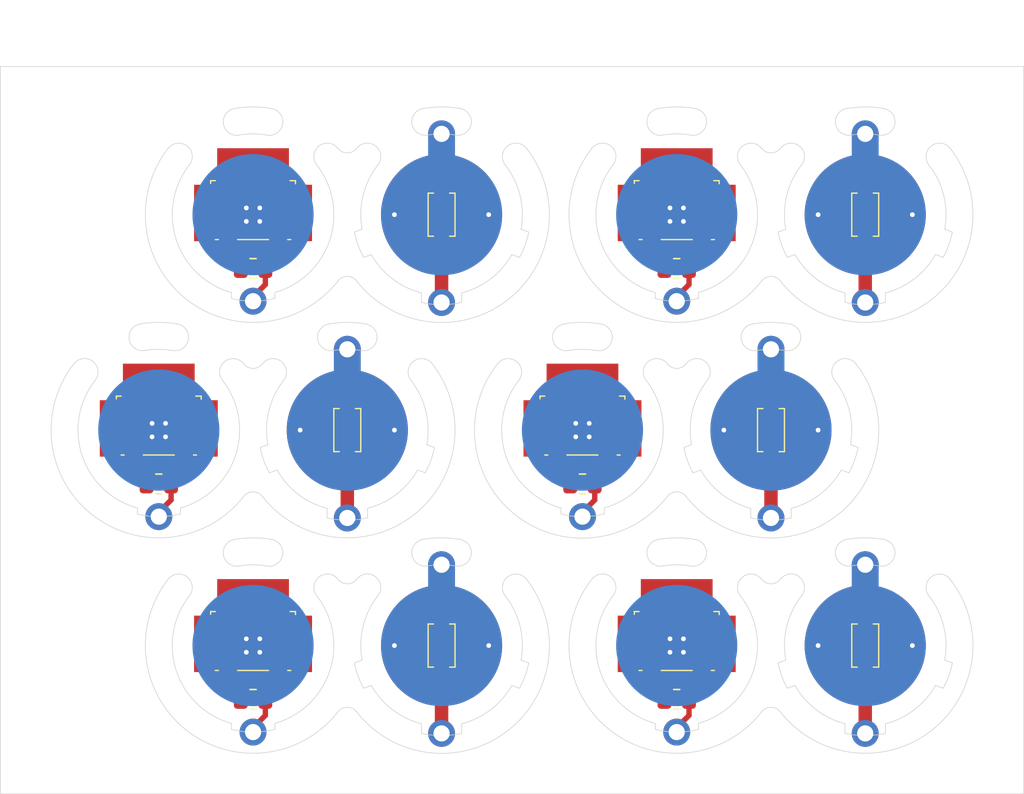
<source format=kicad_pcb>
(kicad_pcb (version 20241229) (generator "pcbnew") (generator_version "9.0")
  (layers (0 "F.Cu" signal) (2 "B.Cu" signal) (13 "F.Paste" user) (15 "B.Paste" user) (5 "F.SilkS" user "F.Silkscreen") (7 "B.SilkS" user "B.Silkscreen") (1 "F.Mask" user) (3 "B.Mask" user) (25 "Edge.Cuts" user))
  (net 0 "")
  (net 1 "Net-(SW1-B)")
  (net 2 "/LED+")
  (net 3 "/BAT-")
  (net 4 "/BAT+")
  (footprint "led_jewellery:mousebites_round_12mm" (layer "F.Cu") (at 128.997796 81.898462 -59)
    (property "Reference" "REF**" (hide yes))
    (property "Value" "Untitled" (hide yes))
    (fp_arc (start -7.468645 2.866938) (mid -6.893429 1.574992) (end -5.601483 2.150208) (stroke (width 0.05)) (layer "Edge.Cuts"))
    (fp_arc (start -5.601483 -2.150208) (mid -6.893429 -1.574992) (end -7.468645 -2.866938) (stroke (width 0.05)) (layer "Edge.Cuts"))
  )
  (footprint "led_jewellery:mousebites_round_12mm" (layer "F.Cu") (at 97.534232 81.898491 -121)
    (property "Reference" "REF**" (hide yes))
    (property "Value" "Untitled" (hide yes))
    (fp_arc (start -7.468645 2.866938) (mid -6.893429 1.574992) (end -5.601483 2.150208) (stroke (width 0.05)) (layer "Edge.Cuts"))
    (fp_arc (start -5.601483 -2.150208) (mid -6.893429 -1.574992) (end -7.468645 -2.866939) (stroke (width 0.05)) (layer "Edge.Cuts"))
  )
  (footprint "diptronics_ta3:diptronics_ta3" (layer "F.Cu") (at 128.997796 113.773462 180)
    (property "Reference" "SW6" (hide yes))
    (property "Value" "SW_SPST")
  )
  (footprint "led_jewellery:mousebites_round_12mm" (layer "F.Cu") (at 142.997796 81.898462 -121)
    (property "Reference" "REF**" (hide yes))
    (property "Value" "Untitled" (hide yes))
    (fp_arc (start -7.468645 2.866938) (mid -6.893429 1.574992) (end -5.601483 2.150208) (stroke (width 0.05)) (layer "Edge.Cuts"))
    (fp_arc (start -5.601483 -2.150208) (mid -6.893429 -1.574992) (end -7.468645 -2.866939) (stroke (width 0.05)) (layer "Edge.Cuts"))
  )
  (footprint "led_jewellery:LED" (layer "F.Cu") (at 104.533871 97.898773 -90)
    (property "Reference" "D1" (hide yes))
    (property "Value" "LED")
  )
  (footprint "led_jewellery:mousebites_round_12mm" (layer "F.Cu") (at 135.997416 97.898765 -59)
    (property "Reference" "REF**" (hide yes))
    (property "Value" "Untitled" (hide yes))
    (fp_arc (start -7.468645 2.866938) (mid -6.893429 1.574992) (end -5.601483 2.150208) (stroke (width 0.05)) (layer "Edge.Cuts"))
    (fp_arc (start -5.601483 -2.150208) (mid -6.893429 -1.574992) (end -7.468645 -2.866938) (stroke (width 0.05)) (layer "Edge.Cuts"))
  )
  (footprint "led_jewellery:mousebites_round_12mm" (layer "F.Cu") (at 104.53419 97.898832 -121)
    (property "Reference" "REF**" (hide yes))
    (property "Value" "Untitled" (hide yes))
    (fp_arc (start -7.468645 2.866938) (mid -6.893429 1.574992) (end -5.601483 2.150208) (stroke (width 0.05)) (layer "Edge.Cuts"))
    (fp_arc (start -5.601483 -2.150208) (mid -6.893429 -1.574992) (end -7.468645 -2.866939) (stroke (width 0.05)) (layer "Edge.Cuts"))
  )
  (footprint "led_jewellery:mousebites_round_12mm" (layer "F.Cu") (at 142.997458 113.898424 -59)
    (property "Reference" "REF**" (hide yes))
    (property "Value" "Untitled" (hide yes))
    (fp_arc (start -7.468645 2.866938) (mid -6.893429 1.574992) (end -5.601483 2.150208) (stroke (width 0.05)) (layer "Edge.Cuts") (net 48))
    (fp_arc (start -5.601483 -2.150208) (mid -6.893429 -1.574992) (end -7.468645 -2.866938) (stroke (width 0.05)) (layer "Edge.Cuts") (net 48))
  )
  (footprint "led_jewellery:LED" (layer "F.Cu") (at 142.997477 113.898403 -90)
    (property "Reference" "D1" (hide yes))
    (property "Value" "LED")
  )
  (footprint "led_jewellery:mousebites_round_12mm" (layer "F.Cu") (at 111.534232 81.898491 -121)
    (property "Reference" "REF**" (hide yes))
    (property "Value" "Untitled" (hide yes))
    (fp_arc (start -7.468645 2.866938) (mid -6.893429 1.574992) (end -5.601483 2.150208) (stroke (width 0.05)) (layer "Edge.Cuts"))
    (fp_arc (start -5.601483 -2.150208) (mid -6.893429 -1.574992) (end -7.468645 -2.866939) (stroke (width 0.05)) (layer "Edge.Cuts"))
  )
  (footprint "diptronics_ta3:diptronics_ta3" (layer "F.Cu") (at 97.534232 113.773491 180)
    (property "Reference" "SW3" (hide yes))
    (property "Value" "SW_SPST")
  )
  (footprint "Resistor_SMD:R_0805_2012Metric" (layer "F.Cu") (at 97.534232 117.898491)
    (property "Reference" "R3" (hide yes))
    (property "Value" "R")
  )
  (footprint "Resistor_SMD:R_0805_2012Metric" (layer "F.Cu") (at 128.997796 85.898462)
    (property "Reference" "R4" (hide yes))
    (property "Value" "R")
  )
  (footprint "led_jewellery:mousebites_round_12mm" (layer "F.Cu") (at 121.997754 97.898803 -121)
    (property "Reference" "REF**" (hide yes))
    (property "Value" "Untitled" (hide yes))
    (fp_arc (start -7.468645 2.866938) (mid -6.893429 1.574992) (end -5.601483 2.150208) (stroke (width 0.05)) (layer "Edge.Cuts") (net 1001517120))
    (fp_arc (start -5.601483 -2.150208) (mid -6.893429 -1.574992) (end -7.468645 -2.866939) (stroke (width 0.05)) (layer "Edge.Cuts") (net 1001517120))
  )
  (footprint "led_jewellery:mousebites_round_12mm" (layer "F.Cu") (at 97.534232 81.898491 -59)
    (property "Reference" "REF**" (hide yes))
    (property "Value" "Untitled" (hide yes))
    (fp_arc (start -7.468645 2.866938) (mid -6.893429 1.574992) (end -5.601483 2.150208) (stroke (width 0.05)) (layer "Edge.Cuts"))
    (fp_arc (start -5.601483 -2.150208) (mid -6.893429 -1.574992) (end -7.468645 -2.866938) (stroke (width 0.05)) (layer "Edge.Cuts"))
  )
  (footprint "led_jewellery:LED" (layer "F.Cu") (at 111.533913 81.898432 -90)
    (property "Reference" "D1" (hide yes))
    (property "Value" "LED")
  )
  (footprint "led_jewellery:mousebites_round_12mm" (layer "F.Cu") (at 128.997796 113.898462 -121)
    (property "Reference" "REF**" (hide yes))
    (property "Value" "Untitled" (hide yes))
    (fp_arc (start -7.468645 2.866938) (mid -6.893429 1.574992) (end -5.601483 2.150208) (stroke (width 0.05)) (layer "Edge.Cuts") (net 48))
    (fp_arc (start -5.601483 -2.150208) (mid -6.893429 -1.574992) (end -7.468645 -2.866939) (stroke (width 0.05)) (layer "Edge.Cuts") (net 48))
  )
  (footprint "led_jewellery:mousebites_round_12mm" (layer "F.Cu") (at 97.534232 113.898491 -121)
    (property "Reference" "REF**" (hide yes))
    (property "Value" "Untitled" (hide yes))
    (fp_arc (start -7.468645 2.866938) (mid -6.893429 1.574992) (end -5.601483 2.150208) (stroke (width 0.05)) (layer "Edge.Cuts"))
    (fp_arc (start -5.601483 -2.150208) (mid -6.893429 -1.574992) (end -7.468645 -2.866939) (stroke (width 0.05)) (layer "Edge.Cuts"))
  )
  (footprint "led_jewellery:mousebites_round_12mm" (layer "F.Cu") (at 128.997796 113.898462 -59)
    (property "Reference" "REF**" (hide yes))
    (property "Value" "Untitled" (hide yes))
    (fp_arc (start -7.468645 2.866938) (mid -6.893429 1.574992) (end -5.601483 2.150208) (stroke (width 0.05)) (layer "Edge.Cuts") (net 48))
    (fp_arc (start -5.601483 -2.150208) (mid -6.893429 -1.574992) (end -7.468645 -2.866938) (stroke (width 0.05)) (layer "Edge.Cuts") (net 48))
  )
  (footprint "led_jewellery:mousebites_round_12mm" (layer "F.Cu") (at 135.997754 97.898803 -121)
    (property "Reference" "REF**" (hide yes))
    (property "Value" "Untitled" (hide yes))
    (fp_arc (start -7.468645 2.866938) (mid -6.893429 1.574992) (end -5.601483 2.150208) (stroke (width 0.05)) (layer "Edge.Cuts"))
    (fp_arc (start -5.601483 -2.150208) (mid -6.893429 -1.574992) (end -7.468645 -2.866939) (stroke (width 0.05)) (layer "Edge.Cuts"))
  )
  (footprint "Resistor_SMD:R_0805_2012Metric" (layer "F.Cu") (at 128.997796 117.898462)
    (property "Reference" "R6" (hide yes))
    (property "Value" "R")
  )
  (footprint "Resistor_SMD:R_0805_2012Metric" (layer "F.Cu") (at 121.997754 101.898803)
    (property "Reference" "R5" (hide yes))
    (property "Value" "R")
  )
  (footprint "led_jewellery:LED" (layer "F.Cu") (at 111.533913 113.898432 -90)
    (property "Reference" "D1" (hide yes))
    (property "Value" "LED")
  )
  (footprint "led_jewellery:mousebites_round_12mm" (layer "F.Cu") (at 97.534232 113.898491 -59)
    (property "Reference" "REF**" (hide yes))
    (property "Value" "Untitled" (hide yes))
    (fp_arc (start -7.468645 2.866938) (mid -6.893429 1.574992) (end -5.601483 2.150208) (stroke (width 0.05)) (layer "Edge.Cuts"))
    (fp_arc (start -5.601483 -2.150208) (mid -6.893429 -1.574992) (end -7.468645 -2.866938) (stroke (width 0.05)) (layer "Edge.Cuts"))
  )
  (footprint "led_jewellery:mousebites_round_12mm" (layer "F.Cu") (at 104.533852 97.898794 -59)
    (property "Reference" "REF**" (hide yes))
    (property "Value" "Untitled" (hide yes))
    (fp_arc (start -7.468645 2.866938) (mid -6.893429 1.574992) (end -5.601483 2.150208) (stroke (width 0.05)) (layer "Edge.Cuts"))
    (fp_arc (start -5.601483 -2.150208) (mid -6.893429 -1.574992) (end -7.468645 -2.866938) (stroke (width 0.05)) (layer "Edge.Cuts"))
  )
  (footprint "led_jewellery:mousebites_round_12mm" (layer "F.Cu") (at 121.997754 97.898803 -59)
    (property "Reference" "REF**" (hide yes))
    (property "Value" "Untitled" (hide yes))
    (fp_arc (start -7.468645 2.866938) (mid -6.893429 1.574992) (end -5.601483 2.150208) (stroke (width 0.05)) (layer "Edge.Cuts") (net 1001517120))
    (fp_arc (start -5.601483 -2.150208) (mid -6.893429 -1.574992) (end -7.468645 -2.866938) (stroke (width 0.05)) (layer "Edge.Cuts") (net 1001517120))
  )
  (footprint "led_jewellery:mousebites_round_12mm" (layer "F.Cu") (at 111.533894 113.898453 -59)
    (property "Reference" "REF**" (hide yes))
    (property "Value" "Untitled" (hide yes))
    (fp_arc (start -7.468645 2.866938) (mid -6.893429 1.574992) (end -5.601483 2.150208) (stroke (width 0.05)) (layer "Edge.Cuts"))
    (fp_arc (start -5.601483 -2.150208) (mid -6.893429 -1.574992) (end -7.468645 -2.866938) (stroke (width 0.05)) (layer "Edge.Cuts"))
  )
  (footprint "diptronics_ta3:diptronics_ta3" (layer "F.Cu") (at 90.53419 97.773832 180)
    (property "Reference" "SW2" (hide yes))
    (property "Value" "SW_SPST")
  )
  (footprint "led_jewellery:mousebites_round_12mm" (layer "F.Cu") (at 128.997796 81.898462 -121)
    (property "Reference" "REF**" (hide yes))
    (property "Value" "Untitled" (hide yes))
    (fp_arc (start -7.468645 2.866938) (mid -6.893429 1.574992) (end -5.601483 2.150208) (stroke (width 0.05)) (layer "Edge.Cuts"))
    (fp_arc (start -5.601483 -2.150208) (mid -6.893429 -1.574992) (end -7.468645 -2.866939) (stroke (width 0.05)) (layer "Edge.Cuts"))
  )
  (footprint "led_jewellery:mousebites_round_12mm" (layer "F.Cu") (at 90.53419 97.898832 -59)
    (property "Reference" "REF**" (hide yes))
    (property "Value" "Untitled" (hide yes))
    (fp_arc (start -7.468645 2.866938) (mid -6.893429 1.574992) (end -5.601483 2.150208) (stroke (width 0.05)) (layer "Edge.Cuts"))
    (fp_arc (start -5.601483 -2.150208) (mid -6.893429 -1.574992) (end -7.468645 -2.866938) (stroke (width 0.05)) (layer "Edge.Cuts"))
  )
  (footprint "led_jewellery:LED" (layer "F.Cu") (at 135.997435 97.898744 -90)
    (property "Reference" "D1" (hide yes))
    (property "Value" "LED")
  )
  (footprint "led_jewellery:mousebites_round_12mm" (layer "F.Cu") (at 111.533894 81.898453 -59)
    (property "Reference" "REF**" (hide yes))
    (property "Value" "Untitled" (hide yes))
    (fp_arc (start -7.468645 2.866938) (mid -6.893429 1.574992) (end -5.601483 2.150208) (stroke (width 0.05)) (layer "Edge.Cuts"))
    (fp_arc (start -5.601483 -2.150208) (mid -6.893429 -1.574992) (end -7.468645 -2.866938) (stroke (width 0.05)) (layer "Edge.Cuts"))
  )
  (footprint "led_jewellery:mousebites_round_12mm" (layer "F.Cu") (at 111.534232 113.898491 -121)
    (property "Reference" "REF**" (hide yes))
    (property "Value" "Untitled" (hide yes))
    (fp_arc (start -7.468645 2.866938) (mid -6.893429 1.574992) (end -5.601483 2.150208) (stroke (width 0.05)) (layer "Edge.Cuts"))
    (fp_arc (start -5.601483 -2.150208) (mid -6.893429 -1.574992) (end -7.468645 -2.866939) (stroke (width 0.05)) (layer "Edge.Cuts"))
  )
  (footprint "diptronics_ta3:diptronics_ta3" (layer "F.Cu") (at 128.997796 81.773462 180)
    (property "Reference" "SW4" (hide yes))
    (property "Value" "SW_SPST")
  )
  (footprint "Resistor_SMD:R_0805_2012Metric" (layer "F.Cu") (at 90.53419 101.898832)
    (property "Reference" "R2" (hide yes))
    (property "Value" "R")
  )
  (footprint "led_jewellery:LED" (layer "F.Cu") (at 142.997477 81.898403 -90)
    (property "Reference" "D1" (hide yes))
    (property "Value" "LED")
  )
  (footprint "Resistor_SMD:R_0805_2012Metric" (layer "F.Cu") (at 97.534232 85.898491)
    (property "Reference" "R1" (hide yes))
    (property "Value" "R")
  )
  (footprint "led_jewellery:mousebites_round_12mm" (layer "F.Cu") (at 142.997458 81.898424 -59)
    (property "Reference" "REF**" (hide yes))
    (property "Value" "Untitled" (hide yes))
    (fp_arc (start -7.468645 2.866938) (mid -6.893429 1.574992) (end -5.601483 2.150208) (stroke (width 0.05)) (layer "Edge.Cuts"))
    (fp_arc (start -5.601483 -2.150208) (mid -6.893429 -1.574992) (end -7.468645 -2.866938) (stroke (width 0.05)) (layer "Edge.Cuts"))
  )
  (footprint "led_jewellery:mousebites_round_12mm" (layer "F.Cu") (at 142.997796 113.898462 -121)
    (property "Reference" "REF**" (hide yes))
    (property "Value" "Untitled" (hide yes))
    (fp_arc (start -7.468645 2.866938) (mid -6.893429 1.574992) (end -5.601483 2.150208) (stroke (width 0.05)) (layer "Edge.Cuts") (net 48))
    (fp_arc (start -5.601483 -2.150208) (mid -6.893429 -1.574992) (end -7.468645 -2.866939) (stroke (width 0.05)) (layer "Edge.Cuts") (net 48))
  )
  (footprint "diptronics_ta3:diptronics_ta3" (layer "F.Cu") (at 97.534232 81.773491 180)
    (property "Reference" "SW1" (hide yes))
    (property "Value" "SW_SPST")
  )
  (footprint "diptronics_ta3:diptronics_ta3" (layer "F.Cu") (at 121.997754 97.773803 180)
    (property "Reference" "SW5" (hide yes))
    (property "Value" "SW_SPST")
  )
  (footprint "led_jewellery:mousebites_round_12mm" (layer "F.Cu") (at 90.53419 97.898832 -121)
    (property "Reference" "REF**" (hide yes))
    (property "Value" "Untitled" (hide yes))
    (fp_arc (start -7.468645 2.866938) (mid -6.893429 1.574992) (end -5.601483 2.150208) (stroke (width 0.05)) (layer "Edge.Cuts"))
    (fp_arc (start -5.601483 -2.150208) (mid -6.893429 -1.574992) (end -7.468645 -2.866939) (stroke (width 0.05)) (layer "Edge.Cuts"))
  )
  (footprint "led_jewellery:9mm_pad" (layer "B.Cu") (at 128.997796 113.898462)
    (property "Reference" "J2" (hide yes))
    (property "Value" "Conn_01x01")
  )
  (footprint "led_jewellery:9mm_pad" (layer "B.Cu") (at 121.997754 97.898803)
    (property "Reference" "J2" (hide yes))
    (property "Value" "Conn_01x01")
  )
  (footprint "led_jewellery:9mm_pad" (layer "B.Cu") (at 111.533913 81.898432 -90)
    (property "Reference" "J1" (hide yes))
    (property "Value" "Conn_01x01")
  )
  (footprint "led_jewellery:9mm_pad" (layer "B.Cu") (at 142.997477 113.898403 -90)
    (property "Reference" "J1" (hide yes))
    (property "Value" "Conn_01x01")
  )
  (footprint "led_jewellery:9mm_pad" (layer "B.Cu") (at 90.53419 97.898832)
    (property "Reference" "J2" (hide yes))
    (property "Value" "Conn_01x01")
  )
  (footprint "led_jewellery:9mm_pad" (layer "B.Cu") (at 135.997435 97.898744 -90)
    (property "Reference" "J1" (hide yes))
    (property "Value" "Conn_01x01")
  )
  (footprint "led_jewellery:9mm_pad" (layer "B.Cu") (at 97.534232 81.898491)
    (property "Reference" "J2" (hide yes))
    (property "Value" "Conn_01x01")
  )
  (footprint "led_jewellery:9mm_pad" (layer "B.Cu") (at 97.534232 113.898491)
    (property "Reference" "J2" (hide yes))
    (property "Value" "Conn_01x01")
  )
  (footprint "led_jewellery:9mm_pad" (layer "B.Cu") (at 111.533913 113.898432 -90)
    (property "Reference" "J1" (hide yes))
    (property "Value" "Conn_01x01")
  )
  (footprint "led_jewellery:9mm_pad" (layer "B.Cu") (at 128.997796 81.898462)
    (property "Reference" "J2" (hide yes))
    (property "Value" "Conn_01x01")
  )
  (footprint "led_jewellery:9mm_pad" (layer "B.Cu") (at 104.533871 97.898773 -90)
    (property "Reference" "J1" (hide yes))
    (property "Value" "Conn_01x01")
  )
  (footprint "led_jewellery:9mm_pad" (layer "B.Cu") (at 142.997477 81.898403 -90)
    (property "Reference" "J1" (hide yes))
    (property "Value" "Conn_01x01")
  )
  (gr_arc (start 134.608607 90.020211) (mid 135.997781 89.898742) (end 137.386943 90.020343) (stroke (width 0.05)) (layer "Edge.Cuts"))
  (gr_line (start 141.898652 98.982433) (end 142.469822 99.190323) (stroke (width 0.05)) (layer "Edge.Cuts"))
  (gr_arc (start 137.497435 104.415445) (mid 135.997457 104.585859) (end 134.497435 104.41546) (stroke (width 0.05)) (layer "Edge.Cuts"))
  (gr_arc (start 117.838312 76.973078) (mid 116.458018 88.203792) (end 105.227567 86.821359) (stroke (width 0.05)) (layer "Edge.Cuts"))
  (gr_arc (start 109.751145 100.86188) (mid 108.181597 102.662603) (end 106.033871 103.708237) (stroke (width 0.05)) (layer "Edge.Cuts"))
  (gr_arc (start 136.693376 108.973129) (mid 135.997189 109.315063) (end 135.300435 108.974288) (stroke (width 0.05)) (layer "Edge.Cuts"))
  (gr_line (start 123.617315 103.676058) (end 123.617315 104.118395) (stroke (width 0.05)) (layer "Edge.Cuts"))
  (gr_arc (start 96.145038 106.020031) (mid 97.534208 105.898492) (end 98.923379 106.020023) (stroke (width 0.05)) (layer "Edge.Cuts"))
  (gr_arc (start 134.960445 91.989023) (mid 135.997594 91.898737) (end 137.034738 91.98909) (stroke (width 0.05)) (layer "Edge.Cuts"))
  (gr_arc (start 105.632592 114.982163) (mid 105.705916 112.472051) (end 106.80012 110.211793) (stroke (width 0.05)) (layer "Edge.Cuts"))
  (gr_line (start 105.061533 83.19001) (end 105.632591 82.982162) (stroke (width 0.05)) (layer "Edge.Cuts"))
  (gr_arc (start 128.997796 88.325462) (mid 128.193691 88.274964) (end 127.402223 88.12424) (stroke (width 0.05)) (layer "Edge.Cuts"))
  (gr_arc (start 142.469822 99.190323) (mid 142.199402 100.156073) (end 141.785784 101.069703) (stroke (width 0.05)) (layer "Edge.Cuts"))
  (gr_line (start 105.227567 86.821358) (end 105.227567 86.821359) (stroke (width 0.05)) (layer "Edge.Cuts"))
  (gr_arc (start 88.938619 103.682777) (mid 84.837006 99.780844) (end 85.806125 94.204875) (stroke (width 0.05)) (layer "Edge.Cuts"))
  (gr_line (start 148.214751 84.861511) (end 148.78582 85.06936) (stroke (width 0.05)) (layer "Edge.Cuts"))
  (gr_line (start 113.033913 120.415133) (end 113.033913 119.707894) (stroke (width 0.05)) (layer "Edge.Cuts"))
  (gr_arc (start 95.258549 94.200126) (mid 96.235941 99.766988) (end 92.153751 103.676112) (stroke (width 0.05)) (layer "Edge.Cuts"))
  (gr_line (start 136.525099 83.18998) (end 137.096155 82.982134) (stroke (width 0.05)) (layer "Edge.Cuts"))
  (gr_line (start 117.435145 114.982127) (end 118.006299 115.19001) (stroke (width 0.05)) (layer "Edge.Cuts"))
  (gr_arc (start 103.840039 118.821579) (mid 92.610045 120.203432) (end 91.23015 108.973198) (stroke (width 0.05)) (layer "Edge.Cuts"))
  (gr_arc (start 89.492299 91.989983) (mid 90.531725 91.89883) (end 91.571226 91.989129) (stroke (width 0.05)) (layer "Edge.Cuts"))
  (gr_arc (start 135.303603 118.82155) (mid 124.073609 120.203403) (end 122.693714 108.973169) (stroke (width 0.05)) (layer "Edge.Cuts"))
  (gr_arc (start 135.303273 118.821293) (mid 135.997211 118.482698) (end 136.691131 118.821329) (stroke (width 0.05)) (layer "Edge.Cuts"))
  (gr_line (start 110.435135 98.982479) (end 111.006258 99.190351) (stroke (width 0.05)) (layer "Edge.Cuts"))
  (gr_line (start 135.303273 118.821293) (end 135.303603 118.82155) (stroke (width 0.05)) (layer "Edge.Cuts"))
  (gr_arc (start 110.83827 92.973419) (mid 109.457976 104.204133) (end 98.227525 102.8217) (stroke (width 0.05)) (layer "Edge.Cuts"))
  (gr_arc (start 103.840039 86.821579) (mid 92.610045 88.203432) (end 91.23015 76.973198) (stroke (width 0.05)) (layer "Edge.Cuts"))
  (gr_arc (start 130.617357 120.118055) (mid 129.814189 120.273395) (end 128.997796 120.325462) (stroke (width 0.05)) (layer "Edge.Cuts"))
  (gr_arc (start 103.839709 86.821322) (mid 104.533647 86.482727) (end 105.227567 86.821358) (stroke (width 0.05)) (layer "Edge.Cuts"))
  (gr_arc (start 141.608649 106.01987) (mid 142.997823 105.898401) (end 144.386985 106.020002) (stroke (width 0.05)) (layer "Edge.Cuts"))
  (gr_line (start 103.033871 104.415459) (end 103.033871 103.708246) (stroke (width 0.05)) (layer "Edge.Cuts"))
  (gr_arc (start 105.229812 76.973158) (mid 104.533625 77.315092) (end 103.836871 76.974317) (stroke (width 0.05)) (layer "Edge.Cuts"))
  (gr_arc (start 127.955905 107.989613) (mid 128.995331 107.89846) (end 130.034832 107.988759) (stroke (width 0.05)) (layer "Edge.Cuts"))
  (gr_arc (start 127.955905 75.989613) (mid 128.995331 75.89846) (end 130.034832 75.988759) (stroke (width 0.05)) (layer "Edge.Cuts"))
  (gr_arc (start 130.617357 88.118055) (mid 129.814189 88.273395) (end 128.997796 88.325462) (stroke (width 0.05)) (layer "Edge.Cuts"))
  (gr_arc (start 116.751187 116.86154) (mid 115.181638 118.66226) (end 113.033913 119.707894) (stroke (width 0.05)) (layer "Edge.Cuts"))
  (gr_arc (start 127.608602 74.020002) (mid 128.997772 73.898463) (end 130.386943 74.019994) (stroke (width 0.05)) (layer "Edge.Cuts"))
  (gr_line (start 99.153793 87.675769) (end 99.153793 88.118084) (stroke (width 0.05)) (layer "Edge.Cuts"))
  (gr_arc (start 102.258591 78.199785) (mid 103.235983 83.766647) (end 99.153793 87.675769) (stroke (width 0.05)) (layer "Edge.Cuts"))
  (gr_arc (start 128.303561 102.821891) (mid 117.073568 104.203744) (end 115.693672 92.97351) (stroke (width 0.05)) (layer "Edge.Cuts"))
  (gr_arc (start 123.617315 104.118395) (mid 122.814148 104.273736) (end 121.997754 104.325803) (stroke (width 0.05)) (layer "Edge.Cuts"))
  (gr_arc (start 137.209129 85.069366) (mid 136.795506 84.155736) (end 136.525099 83.18998) (stroke (width 0.05)) (layer "Edge.Cuts"))
  (gr_arc (start 133.722155 110.199756) (mid 134.699547 115.766618) (end 130.617357 119.67574) (stroke (width 0.05)) (layer "Edge.Cuts"))
  (gr_arc (start 105.745565 117.069396) (mid 105.331945 116.155764) (end 105.061536 115.190009) (stroke (width 0.05)) (layer "Edge.Cuts"))
  (gr_line (start 148.214751 116.861511) (end 148.785819 117.06936) (stroke (width 0.05)) (layer "Edge.Cuts"))
  (gr_line (start 137.20913 117.069367) (end 137.780217 116.861508) (stroke (width 0.05)) (layer "Edge.Cuts"))
  (gr_line (start 103.839709 118.821322) (end 103.840039 118.821579) (stroke (width 0.05)) (layer "Edge.Cuts"))
  (gr_arc (start 141.21471 100.861852) (mid 139.645165 102.662581) (end 137.497435 103.7082) (stroke (width 0.05)) (layer "Edge.Cuts"))
  (gr_arc (start 141.960487 107.988682) (mid 142.997636 107.898396) (end 144.03478 107.988749) (stroke (width 0.05)) (layer "Edge.Cuts"))
  (gr_arc (start 116.751187 84.86154) (mid 115.181639 86.662262) (end 113.033913 87.707896) (stroke (width 0.05)) (layer "Edge.Cuts"))
  (gr_arc (start 99.153793 88.118084) (mid 98.350625 88.273424) (end 97.534232 88.325491) (stroke (width 0.05)) (layer "Edge.Cuts"))
  (gr_arc (start 147.725861 110.204944) (mid 148.824357 112.46781) (end 148.898717 114.982101) (stroke (width 0.05)) (layer "Edge.Cuts"))
  (gr_line (start 105.061536 115.190009) (end 105.632592 114.982163) (stroke (width 0.05)) (layer "Edge.Cuts"))
  (gr_arc (start 144.497477 88.415103) (mid 142.9975 88.585511) (end 141.497477 88.415094) (stroke (width 0.05)) (layer "Edge.Cuts"))
  (gr_line (start 127.402225 119.682407) (end 127.402223 120.12424) (stroke (width 0.05)) (layer "Edge.Cuts"))
  (gr_line (start 113.033913 88.415133) (end 113.033913 87.707896) (stroke (width 0.05)) (layer "Edge.Cuts"))
  (gr_arc (start 148.214751 84.861511) (mid 146.645203 86.662233) (end 144.497477 87.707858) (stroke (width 0.05)) (layer "Edge.Cuts"))
  (gr_line (start 127.402225 87.682407) (end 127.402223 88.12424) (stroke (width 0.05)) (layer "Edge.Cuts"))
  (gr_arc (start 116.262297 110.204973) (mid 117.360795 112.467839) (end 117.435145 114.982127) (stroke (width 0.05)) (layer "Edge.Cuts"))
  (gr_arc (start 120.955863 91.989954) (mid 121.995289 91.898801) (end 123.03479 91.9891) (stroke (width 0.05)) (layer "Edge.Cuts"))
  (gr_arc (start 105.745565 85.069396) (mid 105.331942 84.155765) (end 105.061533 83.19001) (stroke (width 0.05)) (layer "Edge.Cuts"))
  (gr_arc (start 105.632591 82.982162) (mid 105.705915 80.47205) (end 106.80012 78.211793) (stroke (width 0.05)) (layer "Edge.Cuts"))
  (gr_arc (start 105.229812 108.973158) (mid 104.533625 109.315091) (end 103.836871 108.974317) (stroke (width 0.05)) (layer "Edge.Cuts"))
  (gr_arc (start 98.63255 98.982503) (mid 98.705873 96.472391) (end 99.800078 94.212134) (stroke (width 0.05)) (layer "Edge.Cuts"))
  (gr_line (start 136.691131 86.82133) (end 136.691131 86.821329) (stroke (width 0.05)) (layer "Edge.Cuts"))
  (gr_line (start 110.033913 88.415139) (end 110.033913 87.707905) (stroke (width 0.05)) (layer "Edge.Cuts"))
  (gr_arc (start 142.301834 92.97339) (mid 140.92154 104.204104) (end 129.691089 102.821671) (stroke (width 0.05)) (layer "Edge.Cuts"))
  (gr_arc (start 136.693376 76.973129) (mid 135.997189 77.315063) (end 135.300435 76.974288) (stroke (width 0.05)) (layer "Edge.Cuts"))
  (gr_line (start 137.497435 104.415445) (end 137.497435 103.7082) (stroke (width 0.05)) (layer "Edge.Cuts"))
  (gr_arc (start 97.534232 120.325491) (mid 96.730127 120.274995) (end 95.938659 120.124269) (stroke (width 0.05)) (layer "Edge.Cuts"))
  (gr_arc (start 97.534232 88.325491) (mid 96.730127 88.274993) (end 95.938659 88.124279) (stroke (width 0.05)) (layer "Edge.Cuts"))
  (gr_arc (start 110.145085 106.019899) (mid 111.534259 105.898432) (end 112.923421 106.020031) (stroke (width 0.05)) (layer "Edge.Cuts"))
  (gr_line (start 129.691089 102.821671) (end 129.691089 102.82167) (stroke (width 0.05)) (layer "Edge.Cuts"))
  (gr_line (start 120.402183 103.682749) (end 120.402181 104.124596) (stroke (width 0.05)) (layer "Edge.Cuts"))
  (gr_arc (start 111.006258 99.190351) (mid 110.735844 100.156104) (end 110.32222 101.069732) (stroke (width 0.05)) (layer "Edge.Cuts"))
  (gr_arc (start 96.492341 107.989642) (mid 97.531767 107.898489) (end 98.571268 107.988788) (stroke (width 0.05)) (layer "Edge.Cuts"))
  (gr_arc (start 141.608649 74.01987) (mid 142.997823 73.898401) (end 144.386985 74.020002) (stroke (width 0.05)) (layer "Edge.Cuts"))
  (gr_arc (start 141.497477 87.707877) (mid 139.349752 86.662236) (end 137.780215 84.861509) (stroke (width 0.05)) (layer "Edge.Cuts"))
  (gr_arc (start 149.301876 108.973049) (mid 147.921582 120.203763) (end 136.691131 118.82133) (stroke (width 0.05)) (layer "Edge.Cuts"))
  (gr_arc (start 137.096155 114.982134) (mid 137.169479 112.472021) (end 138.263684 110.211764) (stroke (width 0.05)) (layer "Edge.Cuts"))
  (gr_arc (start 96.839997 102.82192) (mid 85.610003 104.203773) (end 84.230108 92.973539) (stroke (width 0.05)) (layer "Edge.Cuts"))
  (gr_line (start 136.525099 115.18998) (end 137.096155 114.982134) (stroke (width 0.05)) (layer "Edge.Cuts"))
  (gr_arc (start 128.303231 102.821634) (mid 128.997169 102.483039) (end 129.691089 102.82167) (stroke (width 0.05)) (layer "Edge.Cuts"))
  (gr_line (start 110.033913 120.415137) (end 110.033913 119.707906) (stroke (width 0.05)) (layer "Edge.Cuts"))
  (gr_arc (start 106.033871 104.415473) (mid 104.533894 104.58588) (end 103.033871 104.415459) (stroke (width 0.05)) (layer "Edge.Cuts"))
  (gr_line (start 130.617357 119.67574) (end 130.617357 120.118055) (stroke (width 0.05)) (layer "Edge.Cuts"))
  (gr_line (start 92.153751 103.676112) (end 92.153751 104.118424) (stroke (width 0.05)) (layer "Edge.Cuts"))
  (gr_arc (start 127.608602 106.020002) (mid 128.997772 105.898463) (end 130.386943 106.019994) (stroke (width 0.05)) (layer "Edge.Cuts"))
  (gr_arc (start 98.22977 92.973499) (mid 97.533583 93.315433) (end 96.836829 92.974658) (stroke (width 0.05)) (layer "Edge.Cuts"))
  (gr_line (start 96.839667 102.821663) (end 96.839997 102.82192) (stroke (width 0.05)) (layer "Edge.Cuts"))
  (gr_line (start 95.938661 119.682436) (end 95.938659 120.124269) (stroke (width 0.05)) (layer "Edge.Cuts"))
  (gr_line (start 148.898718 82.982102) (end 149.469863 83.189982) (stroke (width 0.05)) (layer "Edge.Cuts"))
  (gr_line (start 141.497477 88.415094) (end 141.497477 87.707877) (stroke (width 0.05)) (layer "Edge.Cuts"))
  (gr_arc (start 141.960487 75.988682) (mid 142.997636 75.898396) (end 144.03478 75.988749) (stroke (width 0.05)) (layer "Edge.Cuts"))
  (gr_arc (start 96.145038 74.020031) (mid 97.534208 73.898492) (end 98.923379 74.020023) (stroke (width 0.05)) (layer "Edge.Cuts"))
  (gr_arc (start 103.839709 118.821322) (mid 104.533646 118.482727) (end 105.227567 118.821358) (stroke (width 0.05)) (layer "Edge.Cuts"))
  (gr_line (start 99.153793 119.675769) (end 99.153793 120.118084) (stroke (width 0.05)) (layer "Edge.Cuts"))
  (gr_line (start 148.898717 114.982101) (end 149.469864 115.189982) (stroke (width 0.05)) (layer "Edge.Cuts"))
  (gr_line (start 116.751187 84.86154) (end 117.322252 85.069388) (stroke (width 0.05)) (layer "Edge.Cuts"))
  (gr_arc (start 130.209088 101.069707) (mid 129.79546 100.156078) (end 129.525038 99.190328) (stroke (width 0.05)) (layer "Edge.Cuts"))
  (gr_arc (start 129.693334 92.97347) (mid 128.997147 93.315404) (end 128.300393 92.974629) (stroke (width 0.05)) (layer "Edge.Cuts"))
  (gr_arc (start 134.497435 103.708217) (mid 132.349699 102.662587) (end 130.780153 100.861858) (stroke (width 0.05)) (layer "Edge.Cuts"))
  (gr_line (start 105.745565 85.069396) (end 106.316616 84.86155) (stroke (width 0.05)) (layer "Edge.Cuts"))
  (gr_arc (start 128.997796 120.325462) (mid 128.193691 120.274964) (end 127.402223 120.12424) (stroke (width 0.05)) (layer "Edge.Cuts"))
  (gr_arc (start 121.997754 104.325803) (mid 121.193649 104.275305) (end 120.402181 104.124596) (stroke (width 0.05)) (layer "Edge.Cuts"))
  (gr_arc (start 147.725861 78.204944) (mid 148.824357 80.46781) (end 148.898718 82.982102) (stroke (width 0.05)) (layer "Edge.Cuts"))
  (gr_line (start 144.497477 88.415103) (end 144.497477 87.707858) (stroke (width 0.05)) (layer "Edge.Cuts"))
  (gr_arc (start 95.938661 87.682436) (mid 91.837048 83.780503) (end 92.806167 78.204534) (stroke (width 0.05)) (layer "Edge.Cuts"))
  (gr_line (start 95.938661 87.682436) (end 95.938659 88.124279) (stroke (width 0.05)) (layer "Edge.Cuts"))
  (gr_arc (start 137.096155 82.982134) (mid 137.169479 80.472021) (end 138.263684 78.211764) (stroke (width 0.05)) (layer "Edge.Cuts"))
  (gr_line (start 128.303231 102.821634) (end 128.303561 102.821891) (stroke (width 0.05)) (layer "Edge.Cuts"))
  (gr_arc (start 102.258591 110.199785) (mid 103.235983 115.766647) (end 99.153793 119.675769) (stroke (width 0.05)) (layer "Edge.Cuts"))
  (gr_arc (start 90.53419 104.325832) (mid 89.730085 104.275333) (end 88.938617 104.124614) (stroke (width 0.05)) (layer "Edge.Cuts"))
  (gr_line (start 109.751145 100.86188) (end 110.32222 101.069732) (stroke (width 0.05)) (layer "Edge.Cuts"))
  (gr_arc (start 99.153793 120.118084) (mid 98.350625 120.273424) (end 97.534232 120.325491) (stroke (width 0.05)) (layer "Edge.Cuts"))
  (gr_arc (start 137.20913 117.069367) (mid 136.795506 116.155736) (end 136.525099 115.18998) (stroke (width 0.05)) (layer "Edge.Cuts"))
  (gr_line (start 106.033871 104.415473) (end 106.033871 103.708237) (stroke (width 0.05)) (layer "Edge.Cuts"))
  (gr_arc (start 120.402183 103.682749) (mid 116.30057 99.780815) (end 117.269689 94.204846) (stroke (width 0.05)) (layer "Edge.Cuts"))
  (gr_line (start 141.21471 100.861852) (end 141.785784 101.069703) (stroke (width 0.05)) (layer "Edge.Cuts"))
  (gr_arc (start 98.745523 101.069736) (mid 98.3319 100.156106) (end 98.061475 99.190356) (stroke (width 0.05)) (layer "Edge.Cuts"))
  (gr_line (start 136.691131 118.821329) (end 136.691131 118.82133) (stroke (width 0.05)) (layer "Edge.Cuts"))
  (gr_arc (start 117.838312 108.973078) (mid 116.458022 120.203794) (end 105.227567 118.821359) (stroke (width 0.05)) (layer "Edge.Cuts"))
  (gr_line (start 134.497435 104.41546) (end 134.497435 103.708217) (stroke (width 0.05)) (layer "Edge.Cuts"))
  (gr_line (start 137.209129 85.069366) (end 137.780215 84.861509) (stroke (width 0.05)) (layer "Edge.Cuts"))
  (gr_arc (start 103.033871 103.708246) (mid 100.886146 102.662606) (end 99.316627 100.861872) (stroke (width 0.05)) (layer "Edge.Cuts"))
  (gr_arc (start 120.60856 90.020343) (mid 121.99773 89.898804) (end 123.386901 90.020335) (stroke (width 0.05)) (layer "Edge.Cuts"))
  (gr_line (start 88.938619 103.682777) (end 88.938617 104.124614) (stroke (width 0.05)) (layer "Edge.Cuts"))
  (gr_arc (start 149.301876 76.973049) (mid 147.921582 88.203763) (end 136.691131 86.82133) (stroke (width 0.05)) (layer "Edge.Cuts"))
  (gr_arc (start 113.033913 88.415133) (mid 111.533936 88.58554) (end 110.033913 88.415139) (stroke (width 0.05)) (layer "Edge.Cuts"))
  (gr_arc (start 103.145043 90.02024) (mid 104.534217 89.898772) (end 105.923379 90.020372) (stroke (width 0.05)) (layer "Edge.Cuts"))
  (gr_arc (start 140.725819 94.205285) (mid 141.824315 96.468151) (end 141.898652 98.982433) (stroke (width 0.05)) (layer "Edge.Cuts"))
  (gr_arc (start 103.496881 91.989052) (mid 104.53403 91.898767) (end 105.571174 91.989119) (stroke (width 0.05)) (layer "Edge.Cuts"))
  (gr_line (start 105.227567 118.821358) (end 105.227567 118.821359) (stroke (width 0.05)) (layer "Edge.Cuts"))
  (gr_arc (start 141.497477 119.707876) (mid 139.349752 118.662236) (end 137.780217 116.861508) (stroke (width 0.05)) (layer "Edge.Cuts"))
  (gr_arc (start 89.144996 90.020372) (mid 90.534166 89.898832) (end 91.923337 90.020364) (stroke (width 0.05)) (layer "Edge.Cuts"))
  (gr_arc (start 92.153751 104.118424) (mid 91.350583 104.273765) (end 90.53419 104.325832) (stroke (width 0.05)) (layer "Edge.Cuts"))
  (gr_arc (start 144.497477 120.415104) (mid 142.9975 120.585511) (end 141.497477 120.415092) (stroke (width 0.05)) (layer "Edge.Cuts"))
  (gr_line (start 98.061475 99.190356) (end 98.63255 98.982503) (stroke (width 0.05)) (layer "Edge.Cuts"))
  (gr_arc (start 95.938661 119.682436) (mid 91.837048 115.780503) (end 92.806167 110.204534) (stroke (width 0.05)) (layer "Edge.Cuts"))
  (gr_arc (start 135.303603 86.82155) (mid 124.073609 88.203403) (end 122.693714 76.973169) (stroke (width 0.05)) (layer "Edge.Cuts"))
  (gr_arc (start 149.469864 115.189982) (mid 149.19945 116.155734) (end 148.785819 117.06936) (stroke (width 0.05)) (layer "Edge.Cuts"))
  (gr_arc (start 116.262297 78.204973) (mid 117.360793 80.467839) (end 117.435145 82.982127) (stroke (width 0.05)) (layer "Edge.Cuts"))
  (gr_rect (start 78.765818 70.898612) (end 154.765818 124.898612) (stroke (width 0.05)) (fill no) (layer "Edge.Cuts"))
  (gr_arc (start 110.033913 119.707906) (mid 107.886188 118.662265) (end 106.316617 116.86155) (stroke (width 0.05)) (layer "Edge.Cuts"))
  (gr_arc (start 127.402225 87.682407) (mid 123.300612 83.780474) (end 124.269731 78.204505) (stroke (width 0.05)) (layer "Edge.Cuts"))
  (gr_arc (start 96.492341 75.989642) (mid 97.531767 75.898489) (end 98.571268 75.988788) (stroke (width 0.05)) (layer "Edge.Cuts"))
  (gr_arc (start 113.033913 120.415133) (mid 111.533936 120.58554) (end 110.033913 120.415137) (stroke (width 0.05)) (layer "Edge.Cuts"))
  (gr_line (start 135.303273 86.821293) (end 135.303603 86.82155) (stroke (width 0.05)) (layer "Edge.Cuts"))
  (gr_arc (start 126.722113 94.200097) (mid 127.699505 99.766959) (end 123.617315 103.676058) (stroke (width 0.05)) (layer "Edge.Cuts"))
  (gr_line (start 141.497477 120.415092) (end 141.497477 119.707876) (stroke (width 0.05)) (layer "Edge.Cuts"))
  (gr_arc (start 135.303273 86.821293) (mid 135.997211 86.482698) (end 136.691131 86.821329) (stroke (width 0.05)) (layer "Edge.Cuts"))
  (gr_arc (start 127.402225 119.682407) (mid 123.300612 115.780474) (end 124.269731 110.204505) (stroke (width 0.05)) (layer "Edge.Cuts"))
  (gr_arc (start 96.839667 102.821663) (mid 97.533605 102.48307) (end 98.227525 102.821699) (stroke (width 0.05)) (layer "Edge.Cuts"))
  (gr_arc (start 110.145085 74.019899) (mid 111.534259 73.89843) (end 112.923421 74.020031) (stroke (width 0.05)) (layer "Edge.Cuts"))
  (gr_line (start 105.745565 117.069396) (end 106.316617 116.86155) (stroke (width 0.05)) (layer "Edge.Cuts"))
  (gr_line (start 98.745523 101.069736) (end 99.316627 100.861872) (stroke (width 0.05)) (layer "Edge.Cuts"))
  (gr_arc (start 133.722155 78.199756) (mid 134.699547 83.766618) (end 130.617357 87.67574) (stroke (width 0.05)) (layer "Edge.Cuts"))
  (gr_arc (start 110.496923 107.988711) (mid 111.534072 107.898426) (end 112.571216 107.988778) (stroke (width 0.05)) (layer "Edge.Cuts"))
  (gr_line (start 98.227525 102.8217) (end 98.227525 102.821699) (stroke (width 0.05)) (layer "Edge.Cuts"))
  (gr_arc (start 130.096113 98.982475) (mid 130.169437 96.472362) (end 131.263642 94.212105) (stroke (width 0.05)) (layer "Edge.Cuts"))
  (gr_line (start 117.435145 82.982127) (end 118.006299 83.19001) (stroke (width 0.05)) (layer "Edge.Cuts"))
  (gr_line (start 129.525038 99.190328) (end 130.096113 98.982475) (stroke (width 0.05)) (layer "Edge.Cuts"))
  (gr_line (start 130.617357 87.67574) (end 130.617357 88.118055) (stroke (width 0.05)) (layer "Edge.Cuts"))
  (gr_arc (start 118.006299 115.19001) (mid 117.735889 116.155765) (end 117.322249 117.069387) (stroke (width 0.05)) (layer "Edge.Cuts"))
  (gr_arc (start 109.262255 94.205314) (mid 110.360751 96.46818) (end 110.435135 98.982479) (stroke (width 0.05)) (layer "Edge.Cuts"))
  (gr_line (start 144.497477 120.415104) (end 144.497477 119.707856) (stroke (width 0.05)) (layer "Edge.Cuts"))
  (gr_line (start 130.209088 101.069707) (end 130.780153 100.861858) (stroke (width 0.05)) (layer "Edge.Cuts"))
  (gr_arc (start 118.006299 83.19001) (mid 117.735886 84.155763) (end 117.322252 85.069388) (stroke (width 0.05)) (layer "Edge.Cuts"))
  (gr_arc (start 148.214751 116.861511) (mid 146.645203 118.662233) (end 144.497477 119.707856) (stroke (width 0.05)) (layer "Edge.Cuts"))
  (gr_line (start 103.840039 86.821579) (end 103.839709 86.821322) (stroke (width 0.05)) (layer "Edge.Cuts"))
  (gr_arc (start 149.469863 83.189982) (mid 149.19945 84.155734) (end 148.78582 85.06936) (stroke (width 0.05)) (layer "Edge.Cuts"))
  (gr_arc (start 110.033913 87.707905) (mid 107.886188 86.662265) (end 106.316616 84.86155) (stroke (width 0.05)) (layer "Edge.Cuts"))
  (gr_line (start 116.751187 116.86154) (end 117.322249 117.069387) (stroke (width 0.05)) (layer "Edge.Cuts"))
  (gr_arc (start 110.496923 75.988711) (mid 111.534072 75.898425) (end 112.571216 75.988778) (stroke (width 0.05)) (layer "Edge.Cuts"))
  (segment (start 127.125296 114.953462) (end 127.125296 116.938462) (width 0.4) (layer "F.Cu") (net 1))
  (segment (start 127.125296 82.953462) (end 127.125296 84.938462) (width 0.4) (layer "F.Cu") (net 1))
  (segment (start 120.125254 98.953803) (end 120.125254 100.938803) (width 0.4) (layer "F.Cu") (net 1))
  (segment (start 95.661732 82.953491) (end 95.661732 84.938491) (width 0.4) (layer "F.Cu") (net 1))
  (segment (start 120.125254 100.938803) (end 121.085254 101.898803) (width 0.4) (layer "F.Cu") (net 1))
  (segment (start 127.125296 84.938462) (end 128.085296 85.898462) (width 0.4) (layer "F.Cu") (net 1))
  (segment (start 88.66169 100.938832) (end 89.62169 101.898832) (width 0.4) (layer "F.Cu") (net 1))
  (segment (start 95.661732 114.953491) (end 95.661732 116.938491) (width 0.4) (layer "F.Cu") (net 1))
  (segment (start 95.661732 84.938491) (end 96.621732 85.898491) (width 0.4) (layer "F.Cu") (net 1))
  (segment (start 127.125296 116.938462) (end 128.085296 117.898462) (width 0.4) (layer "F.Cu") (net 1))
  (segment (start 88.66169 98.953832) (end 88.66169 100.938832) (width 0.4) (layer "F.Cu") (net 1))
  (segment (start 95.661732 116.938491) (end 96.621732 117.898491) (width 0.4) (layer "F.Cu") (net 1))
  (segment (start 129.910296 85.898462) (end 129.910296 87.085962) (width 0.4) (layer "F.Cu") (net 2))
  (segment (start 98.446732 119.085991) (end 97.534232 119.998491) (width 0.4) (layer "F.Cu") (net 2))
  (segment (start 91.44669 103.086332) (end 90.53419 103.998832) (width 0.4) (layer "F.Cu") (net 2))
  (segment (start 142.997478 83.898403) (end 142.997478 86.398403) (width 0.2) (layer "F.Cu") (net 2))
  (segment (start 91.44669 101.898832) (end 91.44669 103.086332) (width 0.4) (layer "F.Cu") (net 2))
  (segment (start 111.533914 115.898432) (end 111.533914 118.398432) (width 0.2) (layer "F.Cu") (net 2))
  (segment (start 129.910296 119.085962) (end 128.997796 119.998462) (width 0.4) (layer "F.Cu") (net 2))
  (segment (start 122.910254 103.086303) (end 121.997754 103.998803) (width 0.4) (layer "F.Cu") (net 2))
  (segment (start 121.997754 103.998803) (end 121.997754 104.325803) (width 0.4) (layer "F.Cu") (net 2))
  (segment (start 90.53419 103.998832) (end 90.53419 104.325832) (width 0.4) (layer "F.Cu") (net 2))
  (segment (start 129.910296 117.898462) (end 129.910296 119.085962) (width 0.4) (layer "F.Cu") (net 2))
  (segment (start 97.534232 87.998491) (end 97.534232 88.325491) (width 0.4) (layer "F.Cu") (net 2))
  (segment (start 135.997436 99.898744) (end 135.997436 102.398744) (width 0.2) (layer "F.Cu") (net 2))
  (segment (start 98.446732 87.085991) (end 97.534232 87.998491) (width 0.4) (layer "F.Cu") (net 2))
  (segment (start 128.997796 119.998462) (end 128.997796 120.325462) (width 0.4) (layer "F.Cu") (net 2))
  (segment (start 111.533914 83.898432) (end 111.533914 86.398432) (width 0.2) (layer "F.Cu") (net 2))
  (segment (start 128.997796 87.998462) (end 128.997796 88.325462) (width 0.4) (layer "F.Cu") (net 2))
  (segment (start 122.910254 101.898803) (end 122.910254 103.086303) (width 0.4) (layer "F.Cu") (net 2))
  (segment (start 98.446732 117.898491) (end 98.446732 119.085991) (width 0.4) (layer "F.Cu") (net 2))
  (segment (start 129.910296 87.085962) (end 128.997796 87.998462) (width 0.4) (layer "F.Cu") (net 2))
  (segment (start 97.534232 119.998491) (end 97.534232 120.325491) (width 0.4) (layer "F.Cu") (net 2))
  (segment (start 104.533872 99.898773) (end 104.533872 102.398773) (width 0.2) (layer "F.Cu") (net 2))
  (segment (start 142.997478 115.898403) (end 142.997478 118.398403) (width 0.2) (layer "F.Cu") (net 2))
  (segment (start 98.446732 85.898491) (end 98.446732 87.085991) (width 0.4) (layer "F.Cu") (net 2))
  (via (at 142.997478 88.422403) (size 2) (drill 1.2) (layers "F.Cu" "B.Cu") (net 2))
  (via (at 90.53419 104.325832) (size 2) (drill 1.2) (layers "F.Cu" "B.Cu") (net 2))
  (via (at 111.533914 120.422432) (size 2) (drill 1.2) (layers "F.Cu" "B.Cu") (net 2))
  (via (at 128.997796 88.325462) (size 2) (drill 1.2) (layers "F.Cu" "B.Cu") (net 2))
  (via (at 111.533914 88.422432) (size 2) (drill 1.2) (layers "F.Cu" "B.Cu") (net 2))
  (via (at 135.997436 104.422744) (size 2) (drill 1.2) (layers "F.Cu" "B.Cu") (net 2))
  (via (at 104.533872 104.422773) (size 2) (drill 1.2) (layers "F.Cu" "B.Cu") (net 2))
  (via (at 97.534232 88.325491) (size 2) (drill 1.2) (layers "F.Cu" "B.Cu") (net 2))
  (via (at 97.534232 120.325491) (size 2) (drill 1.2) (layers "F.Cu" "B.Cu") (net 2))
  (via (at 128.997796 120.325462) (size 2) (drill 1.2) (layers "F.Cu" "B.Cu") (net 2))
  (via (at 121.997754 104.325803) (size 2) (drill 1.2) (layers "F.Cu" "B.Cu") (net 2))
  (via (at 142.997478 120.422403) (size 2) (drill 1.2) (layers "F.Cu" "B.Cu") (net 2))
  (via (at 142.997478 107.898403) (size 2) (drill 1.2) (layers "F.Cu" "B.Cu") (net 3))
  (via (at 111.533914 107.898432) (size 2) (drill 1.2) (layers "F.Cu" "B.Cu") (net 3))
  (via (at 108.033871 97.898773) (size 0.8) (drill 0.35) (layers "F.Cu" "B.Cu") (net 3))
  (via (at 111.533914 75.898432) (size 2) (drill 1.2) (layers "F.Cu" "B.Cu") (net 3))
  (via (at 135.997436 91.898744) (size 2) (drill 1.2) (layers "F.Cu" "B.Cu") (net 3))
  (via (at 108.033913 81.898432) (size 0.8) (drill 0.35) (layers "F.Cu" "B.Cu") (net 3))
  (via (at 104.533872 91.898773) (size 2) (drill 1.2) (layers "F.Cu" "B.Cu") (net 3))
  (via (at 115.033913 81.898432) (size 0.8) (drill 0.35) (layers "F.Cu" "B.Cu") (net 3))
  (via (at 142.997478 75.898403) (size 2) (drill 1.2) (layers "F.Cu" "B.Cu") (net 3))
  (via (at 146.497477 81.898403) (size 0.8) (drill 0.35) (layers "F.Cu" "B.Cu") (net 3))
  (via (at 108.033913 113.898432) (size 0.8) (drill 0.35) (layers "F.Cu" "B.Cu") (net 3))
  (via (at 132.497435 97.898744) (size 0.8) (drill 0.35) (layers "F.Cu" "B.Cu") (net 3))
  (via (at 139.497435 97.898744) (size 0.8) (drill 0.35) (layers "F.Cu" "B.Cu") (net 3))
  (via (at 139.497477 113.898403) (size 0.8) (drill 0.35) (layers "F.Cu" "B.Cu") (net 3))
  (via (at 101.033871 97.898773) (size 0.8) (drill 0.35) (layers "F.Cu" "B.Cu") (net 3))
  (via (at 146.497477 113.898403) (size 0.8) (drill 0.35) (layers "F.Cu" "B.Cu") (net 3))
  (via (at 115.033913 113.898432) (size 0.8) (drill 0.35) (layers "F.Cu" "B.Cu") (net 3))
  (via (at 139.497477 81.898403) (size 0.8) (drill 0.35) (layers "F.Cu" "B.Cu") (net 3))
  (segment (start 142.997478 113.898402) (end 142.997477 113.898403) (width 0.2) (layer "B.Cu") (net 3))
  (segment (start 111.533914 113.898431) (end 111.533913 113.898432) (width 0.2) (layer "B.Cu") (net 3))
  (segment (start 135.997436 97.898743) (end 135.997435 97.898744) (width 0.2) (layer "B.Cu") (net 3))
  (segment (start 111.533914 107.898432) (end 111.533914 113.898431) (width 2) (layer "B.Cu") (net 3))
  (segment (start 135.997436 91.898744) (end 135.997436 97.898743) (width 2) (layer "B.Cu") (net 3))
  (segment (start 104.533872 97.898772) (end 104.533871 97.898773) (width 0.2) (layer "B.Cu") (net 3))
  (segment (start 142.997478 81.898402) (end 142.997477 81.898403) (width 0.2) (layer "B.Cu") (net 3))
  (segment (start 111.533914 81.898431) (end 111.533913 81.898432) (width 0.2) (layer "B.Cu") (net 3))
  (segment (start 142.997478 75.898403) (end 142.997478 81.898402) (width 2) (layer "B.Cu") (net 3))
  (segment (start 111.533914 75.898432) (end 111.533914 81.898431) (width 2) (layer "B.Cu") (net 3))
  (segment (start 142.997478 107.898403) (end 142.997478 113.898402) (width 2) (layer "B.Cu") (net 3))
  (segment (start 104.533872 91.898773) (end 104.533872 97.898772) (width 2) (layer "B.Cu") (net 3))
  (segment (start 129.497796 114.398462) (end 129.497796 113.398462) (width 0.4) (layer "F.Cu") (net 4))
  (segment (start 97.034232 113.398491) (end 97.034232 114.398491) (width 0.4) (layer "F.Cu") (net 4))
  (segment (start 99.034232 114.398491) (end 98.034232 114.398491) (width 0.4) (layer "F.Cu") (net 4))
  (segment (start 130.497796 83.398462) (end 130.747796 83.148462) (width 0.4) (layer "F.Cu") (net 4))
  (segment (start 130.870296 114.770962) (end 130.497796 114.398462) (width 0.4) (layer "F.Cu") (net 4))
  (segment (start 123.497754 98.398803) (end 122.497754 98.398803) (width 0.4) (layer "F.Cu") (net 4))
  (segment (start 99.284232 81.398491) (end 98.034232 81.398491) (width 0.4) (layer "F.Cu") (net 4))
  (segment (start 129.497796 82.398462) (end 129.497796 81.398462) (width 0.4) (layer "F.Cu") (net 4))
  (segment (start 98.034232 113.398491) (end 97.034232 113.398491) (width 0.4) (layer "F.Cu") (net 4))
  (segment (start 91.03419 97.398832) (end 90.03419 97.398832) (width 0.4) (layer "F.Cu") (net 4))
  (segment (start 130.870296 114.953462) (end 130.870296 114.770962) (width 0.4) (layer "F.Cu") (net 4))
  (segment (start 129.497796 113.398462) (end 128.497796 113.398462) (width 0.4) (layer "F.Cu") (net 4))
  (segment (start 99.284232 83.148491) (end 99.284232 81.398491) (width 0.4) (layer "F.Cu") (net 4))
  (segment (start 123.870254 98.953803) (end 123.870254 98.771303) (width 0.4) (layer "F.Cu") (net 4))
  (segment (start 130.870296 82.770962) (end 130.497796 82.398462) (width 0.4) (layer "F.Cu") (net 4))
  (segment (start 99.406732 82.953491) (end 99.406732 82.770991) (width 0.4) (layer "F.Cu") (net 4))
  (segment (start 99.034232 82.398491) (end 98.034232 82.398491) (width 0.4) (layer "F.Cu") (net 4))
  (segment (start 129.497796 81.398462) (end 128.497796 81.398462) (width 0.4) (layer "F.Cu") (net 4))
  (segment (start 130.747796 115.148462) (end 130.747796 113.398462) (width 0.4) (layer "F.Cu") (net 4))
  (segment (start 92.28419 99.148832) (end 92.28419 97.398832) (width 0.4) (layer "F.Cu") (net 4))
  (segment (start 90.03419 97.398832) (end 90.03419 98.398832) (width 0.4) (layer "F.Cu") (net 4))
  (segment (start 99.406732 114.953491) (end 99.406732 114.770991) (width 0.4) (layer "F.Cu") (net 4))
  (segment (start 130.747796 81.398462) (end 129.497796 81.398462) (width 0.4) (layer "F.Cu") (net 4))
  (segment (start 128.497796 114.398462) (end 129.497796 114.398462) (width 0.4) (layer "F.Cu") (net 4))
  (segment (start 130.747796 83.148462) (end 130.747796 81.398462) (width 0.4) (layer "F.Cu") (net 4))
  (segment (start 91.03419 98.398832) (end 91.03419 97.398832) (width 0.4) (layer "F.Cu") (net 4))
  (segment (start 98.034232 114.398491) (end 98.034232 113.398491) (width 0.4) (layer "F.Cu") (net 4))
  (segment (start 99.034232 115.398491) (end 99.284232 115.148491) (width 0.4) (layer "F.Cu") (net 4))
  (segment (start 98.034232 81.398491) (end 97.034232 81.398491) (width 0.4) (layer "F.Cu") (net 4))
  (segment (start 99.034232 83.398491) (end 99.284232 83.148491) (width 0.4) (layer "F.Cu") (net 4))
  (segment (start 92.03419 99.398832) (end 92.28419 99.148832) (width 0.4) (layer "F.Cu") (net 4))
  (segment (start 130.747796 113.398462) (end 129.497796 113.398462) (width 0.4) (layer "F.Cu") (net 4))
  (segment (start 92.28419 97.398832) (end 91.03419 97.398832) (width 0.4) (layer "F.Cu") (net 4))
  (segment (start 92.40669 98.771332) (end 92.03419 98.398832) (width 0.4) (layer "F.Cu") (net 4))
  (segment (start 92.03419 98.398832) (end 91.03419 98.398832) (width 0.4) (layer "F.Cu") (net 4))
  (segment (start 130.497796 114.398462) (end 129.497796 114.398462) (width 0.4) (layer "F.Cu") (net 4))
  (segment (start 97.034232 81.398491) (end 97.034232 82.398491) (width 0.4) (layer "F.Cu") (net 4))
  (segment (start 123.747754 99.148803) (end 123.747754 97.398803) (width 0.4) (layer "F.Cu") (net 4))
  (segment (start 123.870254 98.771303) (end 123.497754 98.398803) (width 0.4) (layer "F.Cu") (net 4))
  (segment (start 123.747754 97.398803) (end 122.497754 97.398803) (width 0.4) (layer "F.Cu") (net 4))
  (segment (start 99.406732 82.770991) (end 99.034232 82.398491) (width 0.4) (layer "F.Cu") (net 4))
  (segment (start 128.497796 82.398462) (end 129.497796 82.398462) (width 0.4) (layer "F.Cu") (net 4))
  (segment (start 97.034232 82.398491) (end 98.034232 82.398491) (width 0.4) (layer "F.Cu") (net 4))
  (segment (start 99.284232 115.148491) (end 99.284232 113.398491) (width 0.4) (layer "F.Cu") (net 4))
  (segment (start 130.497796 115.398462) (end 130.747796 115.148462) (width 0.4) (layer "F.Cu") (net 4))
  (segment (start 130.870296 82.953462) (end 130.870296 82.770962) (width 0.4) (layer "F.Cu") (net 4))
  (segment (start 123.497754 99.398803) (end 123.747754 99.148803) (width 0.4) (layer "F.Cu") (net 4))
  (segment (start 99.406732 114.770991) (end 99.034232 114.398491) (width 0.4) (layer "F.Cu") (net 4))
  (segment (start 128.497796 113.398462) (end 128.497796 114.398462) (width 0.4) (layer "F.Cu") (net 4))
  (segment (start 121.497754 97.398803) (end 121.497754 98.398803) (width 0.4) (layer "F.Cu") (net 4))
  (segment (start 122.497754 98.398803) (end 122.497754 97.398803) (width 0.4) (layer "F.Cu") (net 4))
  (segment (start 92.40669 98.953832) (end 92.40669 98.771332) (width 0.4) (layer "F.Cu") (net 4))
  (segment (start 122.497754 97.398803) (end 121.497754 97.398803) (width 0.4) (layer "F.Cu") (net 4))
  (segment (start 98.034232 82.398491) (end 98.034232 81.398491) (width 0.4) (layer "F.Cu") (net 4))
  (segment (start 99.284232 113.398491) (end 98.034232 113.398491) (width 0.4) (layer "F.Cu") (net 4))
  (segment (start 97.034232 114.398491) (end 98.034232 114.398491) (width 0.4) (layer "F.Cu") (net 4))
  (segment (start 130.497796 82.398462) (end 129.497796 82.398462) (width 0.4) (layer "F.Cu") (net 4))
  (segment (start 121.497754 98.398803) (end 122.497754 98.398803) (width 0.4) (layer "F.Cu") (net 4))
  (segment (start 90.03419 98.398832) (end 91.03419 98.398832) (width 0.4) (layer "F.Cu") (net 4))
  (segment (start 128.497796 81.398462) (end 128.497796 82.398462) (width 0.4) (layer "F.Cu") (net 4))
  (via (at 129.497796 82.398462) (size 0.8) (drill 0.35) (layers "F.Cu" "B.Cu") (net 4))
  (via (at 90.03419 97.398832) (size 0.8) (drill 0.35) (layers "F.Cu" "B.Cu") (net 4))
  (via (at 97.034232 82.398491) (size 0.8) (drill 0.35) (layers "F.Cu" "B.Cu") (net 4))
  (via (at 98.034232 81.398491) (size 0.8) (drill 0.35) (layers "F.Cu" "B.Cu") (net 4))
  (via (at 122.497754 98.398803) (size 0.8) (drill 0.35) (layers "F.Cu" "B.Cu") (net 4))
  (via (at 98.034232 82.398491) (size 0.8) (drill 0.35) (layers "F.Cu" "B.Cu") (net 4))
  (via (at 128.497796 82.398462) (size 0.8) (drill 0.35) (layers "F.Cu" "B.Cu") (net 4))
  (via (at 129.497796 81.398462) (size 0.8) (drill 0.35) (layers "F.Cu" "B.Cu") (net 4))
  (via (at 97.034232 81.398491) (size 0.8) (drill 0.35) (layers "F.Cu" "B.Cu") (net 4))
  (via (at 122.497754 97.398803) (size 0.8) (drill 0.35) (layers "F.Cu" "B.Cu") (net 4))
  (via (at 121.497754 97.398803) (size 0.8) (drill 0.35) (layers "F.Cu" "B.Cu") (net 4))
  (via (at 98.034232 113.398491) (size 0.8) (drill 0.35) (layers "F.Cu" "B.Cu") (net 4))
  (via (at 128.497796 114.398462) (size 0.8) (drill 0.35) (layers "F.Cu" "B.Cu") (net 4))
  (via (at 129.497796 114.398462) (size 0.8) (drill 0.35) (layers "F.Cu" "B.Cu") (net 4))
  (via (at 128.497796 81.398462) (size 0.8) (drill 0.35) (layers "F.Cu" "B.Cu") (net 4))
  (via (at 121.497754 98.398803) (size 0.8) (drill 0.35) (layers "F.Cu" "B.Cu") (net 4))
  (via (at 97.034232 113.398491) (size 0.8) (drill 0.35) (layers "F.Cu" "B.Cu") (net 4))
  (via (at 90.03419 98.398832) (size 0.8) (drill 0.35) (layers "F.Cu" "B.Cu") (net 4))
  (via (at 91.03419 97.398832) (size 0.8) (drill 0.35) (layers "F.Cu" "B.Cu") (net 4))
  (via (at 91.03419 98.398832) (size 0.8) (drill 0.35) (layers "F.Cu" "B.Cu") (net 4))
  (via (at 97.034232 114.398491) (size 0.8) (drill 0.35) (layers "F.Cu" "B.Cu") (net 4))
  (via (at 129.497796 113.398462) (size 0.8) (drill 0.35) (layers "F.Cu" "B.Cu") (net 4))
  (via (at 128.497796 113.398462) (size 0.8) (drill 0.35) (layers "F.Cu" "B.Cu") (net 4))
  (via (at 98.034232 114.398491) (size 0.8) (drill 0.35) (layers "F.Cu" "B.Cu") (net 4))
  (zone (net 3) (net_name "/BAT-") (layer "F.Cu") (connect_pads (clearance 0.35)) (min_thickness 0.25) (fill yes (thermal_gap 0.5) (thermal_bridge_width 0.5) (island_removal_mode 1) (island_area_min 10))
    (polygon (pts (xy 135.801148 93.403027) (xy 135.410068 93.437242) (xy 135.023458 93.505412) (xy 134.64426 93.607018) (xy 134.275361 93.741286) (xy 133.919566 93.907196) (xy 133.579587 94.103482) (xy 133.258009 94.328654) (xy 132.957279 94.580996) (xy 132.679687 94.858588) (xy 132.427345 95.159318) (xy 132.202173 95.480896) (xy 132.005887 95.820875) (xy 131.839977 96.17667) (xy 131.70571 96.545568) (xy 131.604103 96.924766) (xy 131.535933 97.311376) (xy 131.501718 97.702457) (xy 131.501718 98.095031) (xy 131.535933 98.486112) (xy 131.604103 98.872722) (xy 131.70571 99.25192) (xy 131.839977 99.620818) (xy 132.005887 99.976613) (xy 132.202173 100.316592) (xy 132.427345 100.63817) (xy 132.679687 100.9389) (xy 132.957279 101.216492) (xy 133.258009 101.468834) (xy 133.579587 101.694006) (xy 133.919566 101.890292) (xy 134.275361 102.056202) (xy 134.64426 102.19047) (xy 135.023458 102.292076) (xy 135.410068 102.360246) (xy 135.801148 102.394461) (xy 136.193722 102.394461) (xy 136.584803 102.360246) (xy 136.971414 102.292076) (xy 137.350612 102.19047) (xy 137.71951 102.056202) (xy 138.075304 101.890293) (xy 138.415283 101.694006) (xy 138.736861 101.468834) (xy 139.037591 101.216492) (xy 139.315183 100.9389) (xy 139.567525 100.63817) (xy 139.792697 100.316592) (xy 139.988984 99.976613) (xy 140.154893 99.620819) (xy 140.289162 99.25192) (xy 140.390768 98.872722) (xy 140.458937 98.486111) (xy 140.493152 98.095031) (xy 140.493152 97.702457) (xy 140.458937 97.311377) (xy 140.390768 96.924766) (xy 140.289162 96.545568) (xy 140.154893 96.176669) (xy 139.988984 95.820875) (xy 139.792697 95.480896) (xy 139.567525 95.159318) (xy 139.315183 94.858588) (xy 139.037591 94.580996) (xy 138.736861 94.328654) (xy 138.415283 94.103482) (xy 138.075304 93.907195) (xy 137.71951 93.741286) (xy 137.350612 93.607018) (xy 136.971414 93.505412) (xy 136.584803 93.437242) (xy 136.193722 93.403027)))
  )
  (zone (net 3) (net_name "/BAT-") (layer "F.Cu") (connect_pads (clearance 0.35)) (min_thickness 0.25) (fill yes (thermal_gap 0.5) (thermal_bridge_width 0.5) (island_removal_mode 1) (island_area_min 10))
    (polygon (pts (xy 142.80119 109.402686) (xy 142.41011 109.436901) (xy 142.0235 109.505071) (xy 141.644302 109.606677) (xy 141.275403 109.740945) (xy 140.919608 109.906855) (xy 140.579629 110.103141) (xy 140.258051 110.328313) (xy 139.957321 110.580655) (xy 139.679729 110.858247) (xy 139.427387 111.158977) (xy 139.202215 111.480555) (xy 139.005929 111.820534) (xy 138.840019 112.176329) (xy 138.705752 112.545227) (xy 138.604145 112.924425) (xy 138.535975 113.311035) (xy 138.50176 113.702116) (xy 138.50176 114.09469) (xy 138.535975 114.485771) (xy 138.604145 114.872381) (xy 138.705752 115.251579) (xy 138.840019 115.620477) (xy 139.005929 115.976272) (xy 139.202215 116.316251) (xy 139.427387 116.637829) (xy 139.679729 116.938559) (xy 139.957321 117.216151) (xy 140.258051 117.468493) (xy 140.579629 117.693665) (xy 140.919608 117.889951) (xy 141.275403 118.055861) (xy 141.644302 118.190129) (xy 142.0235 118.291735) (xy 142.41011 118.359905) (xy 142.80119 118.39412) (xy 143.193764 118.39412) (xy 143.584845 118.359905) (xy 143.971456 118.291735) (xy 144.350654 118.190129) (xy 144.719552 118.055861) (xy 145.075346 117.889952) (xy 145.415325 117.693665) (xy 145.736903 117.468493) (xy 146.037633 117.216151) (xy 146.315225 116.938559) (xy 146.567567 116.637829) (xy 146.792739 116.316251) (xy 146.989026 115.976272) (xy 147.154935 115.620478) (xy 147.289204 115.251579) (xy 147.39081 114.872381) (xy 147.458979 114.48577) (xy 147.493194 114.09469) (xy 147.493194 113.702116) (xy 147.458979 113.311036) (xy 147.39081 112.924425) (xy 147.289204 112.545227) (xy 147.154935 112.176328) (xy 146.989026 111.820534) (xy 146.792739 111.480555) (xy 146.567567 111.158977) (xy 146.315225 110.858247) (xy 146.037633 110.580655) (xy 145.736903 110.328313) (xy 145.415325 110.103141) (xy 145.075346 109.906854) (xy 144.719552 109.740945) (xy 144.350654 109.606677) (xy 143.971456 109.505071) (xy 143.584845 109.436901) (xy 143.193764 109.402686)))
  )
  (zone (net 3) (net_name "/BAT-") (layer "F.Cu") (connect_pads (clearance 0.35)) (min_thickness 0.25) (fill yes (thermal_gap 0.5) (thermal_bridge_width 0.5) (island_removal_mode 1) (island_area_min 10))
    (polygon (pts (xy 111.337626 109.402715) (xy 110.946546 109.43693) (xy 110.559936 109.5051) (xy 110.180738 109.606706) (xy 109.811839 109.740974) (xy 109.456044 109.906884) (xy 109.116065 110.10317) (xy 108.794487 110.328342) (xy 108.493757 110.580684) (xy 108.216165 110.858276) (xy 107.963823 111.159006) (xy 107.738651 111.480584) (xy 107.542365 111.820563) (xy 107.376455 112.176358) (xy 107.242188 112.545256) (xy 107.140581 112.924454) (xy 107.072411 113.311064) (xy 107.038196 113.702145) (xy 107.038196 114.094719) (xy 107.072411 114.4858) (xy 107.140581 114.87241) (xy 107.242188 115.251608) (xy 107.376455 115.620506) (xy 107.542365 115.976301) (xy 107.738651 116.31628) (xy 107.963823 116.637858) (xy 108.216165 116.938588) (xy 108.493757 117.21618) (xy 108.794487 117.468522) (xy 109.116065 117.693694) (xy 109.456044 117.88998) (xy 109.811839 118.05589) (xy 110.180738 118.190158) (xy 110.559936 118.291764) (xy 110.946546 118.359934) (xy 111.337626 118.394149) (xy 111.7302 118.394149) (xy 112.121281 118.359934) (xy 112.507892 118.291764) (xy 112.88709 118.190158) (xy 113.255988 118.05589) (xy 113.611782 117.889981) (xy 113.951761 117.693694) (xy 114.273339 117.468522) (xy 114.574069 117.21618) (xy 114.851661 116.938588) (xy 115.104003 116.637858) (xy 115.329175 116.31628) (xy 115.525462 115.976301) (xy 115.691371 115.620507) (xy 115.82564 115.251608) (xy 115.927246 114.87241) (xy 115.995415 114.485799) (xy 116.02963 114.094719) (xy 116.02963 113.702145) (xy 115.995415 113.311065) (xy 115.927246 112.924454) (xy 115.82564 112.545256) (xy 115.691371 112.176357) (xy 115.525462 111.820563) (xy 115.329175 111.480584) (xy 115.104003 111.159006) (xy 114.851661 110.858276) (xy 114.574069 110.580684) (xy 114.273339 110.328342) (xy 113.951761 110.10317) (xy 113.611782 109.906883) (xy 113.255988 109.740974) (xy 112.88709 109.606706) (xy 112.507892 109.5051) (xy 112.121281 109.43693) (xy 111.7302 109.402715)))
  )
  (zone (net 3) (net_name "/BAT-") (layer "F.Cu") (connect_pads (clearance 0.35)) (min_thickness 0.25) (fill yes (thermal_gap 0.5) (thermal_bridge_width 0.5) (island_removal_mode 1) (island_area_min 10))
    (polygon (pts (xy 104.337584 93.403056) (xy 103.946504 93.437271) (xy 103.559894 93.505441) (xy 103.180696 93.607047) (xy 102.811797 93.741315) (xy 102.456002 93.907225) (xy 102.116023 94.103511) (xy 101.794445 94.328683) (xy 101.493715 94.581025) (xy 101.216123 94.858617) (xy 100.963781 95.159347) (xy 100.738609 95.480925) (xy 100.542323 95.820904) (xy 100.376413 96.176699) (xy 100.242146 96.545597) (xy 100.140539 96.924795) (xy 100.072369 97.311405) (xy 100.038154 97.702486) (xy 100.038154 98.09506) (xy 100.072369 98.486141) (xy 100.140539 98.872751) (xy 100.242146 99.251949) (xy 100.376413 99.620847) (xy 100.542323 99.976642) (xy 100.738609 100.316621) (xy 100.963781 100.638199) (xy 101.216123 100.938929) (xy 101.493715 101.216521) (xy 101.794445 101.468863) (xy 102.116023 101.694035) (xy 102.456002 101.890321) (xy 102.811797 102.056231) (xy 103.180696 102.190499) (xy 103.559894 102.292105) (xy 103.946504 102.360275) (xy 104.337584 102.39449) (xy 104.730158 102.39449) (xy 105.121239 102.360275) (xy 105.50785 102.292105) (xy 105.887048 102.190499) (xy 106.255946 102.056231) (xy 106.61174 101.890322) (xy 106.951719 101.694035) (xy 107.273297 101.468863) (xy 107.574027 101.216521) (xy 107.851619 100.938929) (xy 108.103961 100.638199) (xy 108.329133 100.316621) (xy 108.52542 99.976642) (xy 108.691329 99.620848) (xy 108.825598 99.251949) (xy 108.927204 98.872751) (xy 108.995373 98.48614) (xy 109.029588 98.09506) (xy 109.029588 97.702486) (xy 108.995373 97.311406) (xy 108.927204 96.924795) (xy 108.825598 96.545597) (xy 108.691329 96.176698) (xy 108.52542 95.820904) (xy 108.329133 95.480925) (xy 108.103961 95.159347) (xy 107.851619 94.858617) (xy 107.574027 94.581025) (xy 107.273297 94.328683) (xy 106.951719 94.103511) (xy 106.61174 93.907224) (xy 106.255946 93.741315) (xy 105.887048 93.607047) (xy 105.50785 93.505441) (xy 105.121239 93.437271) (xy 104.730158 93.403056)))
  )
  (zone (net 3) (net_name "/BAT-") (layer "F.Cu") (connect_pads (clearance 0.35)) (min_thickness 0.25) (fill yes (thermal_gap 0.5) (thermal_bridge_width 0.5) (island_removal_mode 1) (island_area_min 10))
    (polygon (pts (xy 142.80119 77.402686) (xy 142.41011 77.436901) (xy 142.0235 77.505071) (xy 141.644302 77.606677) (xy 141.275403 77.740945) (xy 140.919608 77.906855) (xy 140.579629 78.103141) (xy 140.258051 78.328313) (xy 139.957321 78.580655) (xy 139.679729 78.858247) (xy 139.427387 79.158977) (xy 139.202215 79.480555) (xy 139.005929 79.820534) (xy 138.840019 80.176329) (xy 138.705752 80.545227) (xy 138.604145 80.924425) (xy 138.535975 81.311035) (xy 138.50176 81.702116) (xy 138.50176 82.09469) (xy 138.535975 82.485771) (xy 138.604145 82.872381) (xy 138.705752 83.251579) (xy 138.840019 83.620477) (xy 139.005929 83.976272) (xy 139.202215 84.316251) (xy 139.427387 84.637829) (xy 139.679729 84.938559) (xy 139.957321 85.216151) (xy 140.258051 85.468493) (xy 140.579629 85.693665) (xy 140.919608 85.889951) (xy 141.275403 86.055861) (xy 141.644302 86.190129) (xy 142.0235 86.291735) (xy 142.41011 86.359905) (xy 142.80119 86.39412) (xy 143.193764 86.39412) (xy 143.584845 86.359905) (xy 143.971456 86.291735) (xy 144.350654 86.190129) (xy 144.719552 86.055861) (xy 145.075346 85.889952) (xy 145.415325 85.693665) (xy 145.736903 85.468493) (xy 146.037633 85.216151) (xy 146.315225 84.938559) (xy 146.567567 84.637829) (xy 146.792739 84.316251) (xy 146.989026 83.976272) (xy 147.154935 83.620478) (xy 147.289204 83.251579) (xy 147.39081 82.872381) (xy 147.458979 82.48577) (xy 147.493194 82.09469) (xy 147.493194 81.702116) (xy 147.458979 81.311036) (xy 147.39081 80.924425) (xy 147.289204 80.545227) (xy 147.154935 80.176328) (xy 146.989026 79.820534) (xy 146.792739 79.480555) (xy 146.567567 79.158977) (xy 146.315225 78.858247) (xy 146.037633 78.580655) (xy 145.736903 78.328313) (xy 145.415325 78.103141) (xy 145.075346 77.906854) (xy 144.719552 77.740945) (xy 144.350654 77.606677) (xy 143.971456 77.505071) (xy 143.584845 77.436901) (xy 143.193764 77.402686)))
  )
  (zone (net 3) (net_name "/BAT-") (layer "F.Cu") (connect_pads (clearance 0.35)) (min_thickness 0.25) (fill yes (thermal_gap 0.5) (thermal_bridge_width 0.5) (island_removal_mode 1) (island_area_min 10))
    (polygon (pts (xy 111.337626 77.402715) (xy 110.946546 77.43693) (xy 110.559936 77.5051) (xy 110.180738 77.606706) (xy 109.811839 77.740974) (xy 109.456044 77.906884) (xy 109.116065 78.10317) (xy 108.794487 78.328342) (xy 108.493757 78.580684) (xy 108.216165 78.858276) (xy 107.963823 79.159006) (xy 107.738651 79.480584) (xy 107.542365 79.820563) (xy 107.376455 80.176358) (xy 107.242188 80.545256) (xy 107.140581 80.924454) (xy 107.072411 81.311064) (xy 107.038196 81.702145) (xy 107.038196 82.094719) (xy 107.072411 82.4858) (xy 107.140581 82.87241) (xy 107.242188 83.251608) (xy 107.376455 83.620506) (xy 107.542365 83.976301) (xy 107.738651 84.31628) (xy 107.963823 84.637858) (xy 108.216165 84.938588) (xy 108.493757 85.21618) (xy 108.794487 85.468522) (xy 109.116065 85.693694) (xy 109.456044 85.88998) (xy 109.811839 86.05589) (xy 110.180738 86.190158) (xy 110.559936 86.291764) (xy 110.946546 86.359934) (xy 111.337626 86.394149) (xy 111.7302 86.394149) (xy 112.121281 86.359934) (xy 112.507892 86.291764) (xy 112.88709 86.190158) (xy 113.255988 86.05589) (xy 113.611782 85.889981) (xy 113.951761 85.693694) (xy 114.273339 85.468522) (xy 114.574069 85.21618) (xy 114.851661 84.938588) (xy 115.104003 84.637858) (xy 115.329175 84.31628) (xy 115.525462 83.976301) (xy 115.691371 83.620507) (xy 115.82564 83.251608) (xy 115.927246 82.87241) (xy 115.995415 82.485799) (xy 116.02963 82.094719) (xy 116.02963 81.702145) (xy 115.995415 81.311065) (xy 115.927246 80.924454) (xy 115.82564 80.545256) (xy 115.691371 80.176357) (xy 115.525462 79.820563) (xy 115.329175 79.480584) (xy 115.104003 79.159006) (xy 114.851661 78.858276) (xy 114.574069 78.580684) (xy 114.273339 78.328342) (xy 113.951761 78.10317) (xy 113.611782 77.906883) (xy 113.255988 77.740974) (xy 112.88709 77.606706) (xy 112.507892 77.5051) (xy 112.121281 77.43693) (xy 111.7302 77.402715)))
  )
)
</source>
